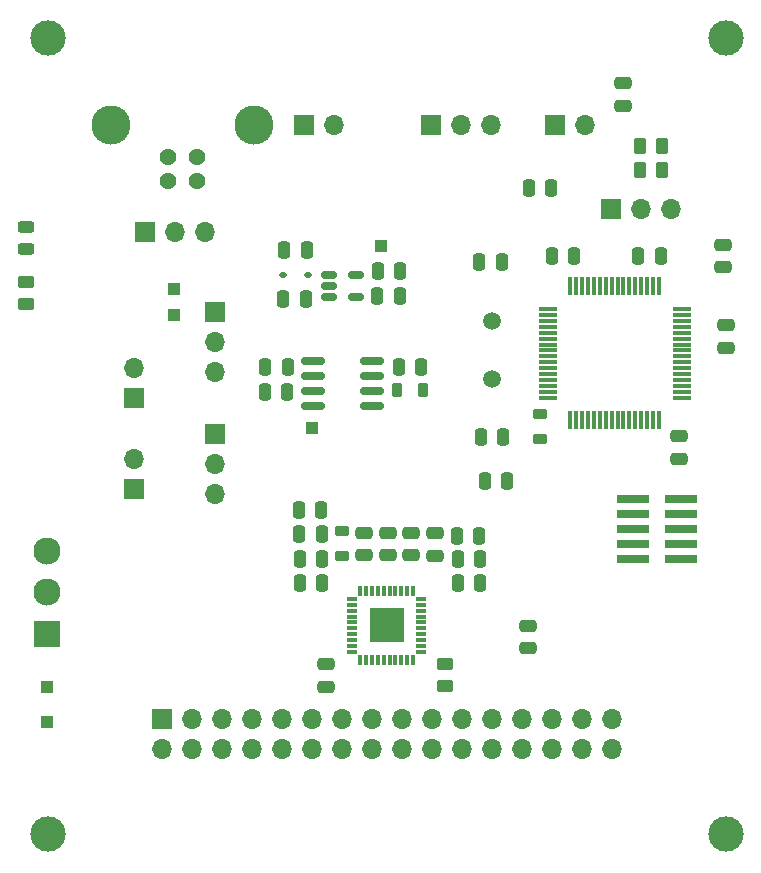
<source format=gbr>
%TF.GenerationSoftware,KiCad,Pcbnew,8.0.5*%
%TF.CreationDate,2024-10-20T03:08:34+02:00*%
%TF.ProjectId,Kingfisher,4b696e67-6669-4736-9865-722e6b696361,rev?*%
%TF.SameCoordinates,Original*%
%TF.FileFunction,Soldermask,Top*%
%TF.FilePolarity,Negative*%
%FSLAX46Y46*%
G04 Gerber Fmt 4.6, Leading zero omitted, Abs format (unit mm)*
G04 Created by KiCad (PCBNEW 8.0.5) date 2024-10-20 03:08:34*
%MOMM*%
%LPD*%
G01*
G04 APERTURE LIST*
G04 Aperture macros list*
%AMRoundRect*
0 Rectangle with rounded corners*
0 $1 Rounding radius*
0 $2 $3 $4 $5 $6 $7 $8 $9 X,Y pos of 4 corners*
0 Add a 4 corners polygon primitive as box body*
4,1,4,$2,$3,$4,$5,$6,$7,$8,$9,$2,$3,0*
0 Add four circle primitives for the rounded corners*
1,1,$1+$1,$2,$3*
1,1,$1+$1,$4,$5*
1,1,$1+$1,$6,$7*
1,1,$1+$1,$8,$9*
0 Add four rect primitives between the rounded corners*
20,1,$1+$1,$2,$3,$4,$5,0*
20,1,$1+$1,$4,$5,$6,$7,0*
20,1,$1+$1,$6,$7,$8,$9,0*
20,1,$1+$1,$8,$9,$2,$3,0*%
G04 Aperture macros list end*
%ADD10RoundRect,0.250000X0.250000X0.475000X-0.250000X0.475000X-0.250000X-0.475000X0.250000X-0.475000X0*%
%ADD11C,3.000000*%
%ADD12R,1.000000X1.000000*%
%ADD13RoundRect,0.250000X-0.475000X0.250000X-0.475000X-0.250000X0.475000X-0.250000X0.475000X0.250000X0*%
%ADD14R,1.700000X1.700000*%
%ADD15O,1.700000X1.700000*%
%ADD16RoundRect,0.250000X-0.250000X-0.475000X0.250000X-0.475000X0.250000X0.475000X-0.250000X0.475000X0*%
%ADD17RoundRect,0.250000X0.475000X-0.250000X0.475000X0.250000X-0.475000X0.250000X-0.475000X-0.250000X0*%
%ADD18RoundRect,0.150000X0.825000X0.150000X-0.825000X0.150000X-0.825000X-0.150000X0.825000X-0.150000X0*%
%ADD19RoundRect,0.218750X0.381250X-0.218750X0.381250X0.218750X-0.381250X0.218750X-0.381250X-0.218750X0*%
%ADD20RoundRect,0.250000X-0.262500X-0.450000X0.262500X-0.450000X0.262500X0.450000X-0.262500X0.450000X0*%
%ADD21RoundRect,0.250000X-0.450000X0.262500X-0.450000X-0.262500X0.450000X-0.262500X0.450000X0.262500X0*%
%ADD22RoundRect,0.218750X0.218750X0.381250X-0.218750X0.381250X-0.218750X-0.381250X0.218750X-0.381250X0*%
%ADD23R,2.790000X0.740000*%
%ADD24RoundRect,0.112500X0.187500X0.112500X-0.187500X0.112500X-0.187500X-0.112500X0.187500X-0.112500X0*%
%ADD25C,1.500000*%
%ADD26C,3.316000*%
%ADD27C,1.428000*%
%ADD28RoundRect,0.150000X-0.512500X-0.150000X0.512500X-0.150000X0.512500X0.150000X-0.512500X0.150000X0*%
%ADD29RoundRect,0.243750X-0.456250X0.243750X-0.456250X-0.243750X0.456250X-0.243750X0.456250X0.243750X0*%
%ADD30R,0.900000X0.300000*%
%ADD31R,0.300000X0.900000*%
%ADD32R,3.000000X3.000000*%
%ADD33R,2.300000X2.300000*%
%ADD34C,2.300000*%
%ADD35RoundRect,0.075000X-0.700000X-0.075000X0.700000X-0.075000X0.700000X0.075000X-0.700000X0.075000X0*%
%ADD36RoundRect,0.075000X-0.075000X-0.700000X0.075000X-0.700000X0.075000X0.700000X-0.075000X0.700000X0*%
G04 APERTURE END LIST*
D10*
%TO.C,C20*%
X157900000Y-110400000D03*
X156000000Y-110400000D03*
%TD*%
D11*
%TO.C,H4*%
X178700000Y-66300000D03*
%TD*%
D12*
%TO.C,TP3*%
X143675000Y-99305000D03*
%TD*%
D13*
%TO.C,C30*%
X150100000Y-108150000D03*
X150100000Y-110050000D03*
%TD*%
D14*
%TO.C,J3*%
X164250000Y-73625000D03*
D15*
X166790000Y-73625000D03*
%TD*%
D16*
%TO.C,C15*%
X139675000Y-96205000D03*
X141575000Y-96205000D03*
%TD*%
D12*
%TO.C,TP2*%
X149550000Y-83895000D03*
%TD*%
D17*
%TO.C,C21*%
X144900000Y-121200000D03*
X144900000Y-119300000D03*
%TD*%
%TO.C,C7*%
X178750000Y-92500000D03*
X178750000Y-90600000D03*
%TD*%
D14*
%TO.C,J12*%
X128625000Y-104460000D03*
D15*
X128625000Y-101920000D03*
%TD*%
D10*
%TO.C,C11*%
X152925000Y-94105000D03*
X151025000Y-94105000D03*
%TD*%
D16*
%TO.C,C6*%
X158300000Y-103750000D03*
X160200000Y-103750000D03*
%TD*%
D18*
%TO.C,U2*%
X148725000Y-97405000D03*
X148725000Y-96135000D03*
X148725000Y-94865000D03*
X148725000Y-93595000D03*
X143775000Y-93595000D03*
X143775000Y-94865000D03*
X143775000Y-96135000D03*
X143775000Y-97405000D03*
%TD*%
D19*
%TO.C,FB3*%
X146200000Y-110112500D03*
X146200000Y-107987500D03*
%TD*%
D16*
%TO.C,C2*%
X171300000Y-84750000D03*
X173200000Y-84750000D03*
%TD*%
D20*
%TO.C,R2*%
X171462500Y-75435000D03*
X173287500Y-75435000D03*
%TD*%
D13*
%TO.C,C26*%
X152100000Y-108150000D03*
X152100000Y-110050000D03*
%TD*%
D16*
%TO.C,C18*%
X157950000Y-100070000D03*
X159850000Y-100070000D03*
%TD*%
D21*
%TO.C,R1*%
X119500000Y-86962500D03*
X119500000Y-88787500D03*
%TD*%
D22*
%TO.C,FB1*%
X153037500Y-96105000D03*
X150912500Y-96105000D03*
%TD*%
D11*
%TO.C,H1*%
X121300000Y-66300000D03*
%TD*%
D10*
%TO.C,C19*%
X157900000Y-112400000D03*
X156000000Y-112400000D03*
%TD*%
D16*
%TO.C,C10*%
X141250000Y-88395000D03*
X143150000Y-88395000D03*
%TD*%
D13*
%TO.C,C23*%
X148100000Y-108150000D03*
X148100000Y-110050000D03*
%TD*%
D14*
%TO.C,J1*%
X142975000Y-73625000D03*
D15*
X145515000Y-73625000D03*
%TD*%
D23*
%TO.C,J7*%
X174900000Y-110340000D03*
X170830000Y-110340000D03*
X174900000Y-109070000D03*
X170830000Y-109070000D03*
X174900000Y-107800000D03*
X170830000Y-107800000D03*
X174900000Y-106530000D03*
X170830000Y-106530000D03*
X174900000Y-105260000D03*
X170830000Y-105260000D03*
%TD*%
D16*
%TO.C,C1*%
X164000000Y-84750000D03*
X165900000Y-84750000D03*
%TD*%
%TO.C,C17*%
X157850000Y-85270000D03*
X159750000Y-85270000D03*
%TD*%
%TO.C,C29*%
X142650000Y-112400000D03*
X144550000Y-112400000D03*
%TD*%
D14*
%TO.C,J11*%
X130950000Y-123950000D03*
D15*
X130950000Y-126490000D03*
X133490000Y-123950000D03*
X133490000Y-126490000D03*
X136030000Y-123950000D03*
X136030000Y-126490000D03*
X138570000Y-123950000D03*
X138570000Y-126490000D03*
X141110000Y-123950000D03*
X141110000Y-126490000D03*
X143650000Y-123950000D03*
X143650000Y-126490000D03*
X146190000Y-123950000D03*
X146190000Y-126490000D03*
X148730000Y-123950000D03*
X148730000Y-126490000D03*
X151270000Y-123950000D03*
X151270000Y-126490000D03*
X153810000Y-123950000D03*
X153810000Y-126490000D03*
X156350000Y-123950000D03*
X156350000Y-126490000D03*
X158890000Y-123950000D03*
X158890000Y-126490000D03*
X161430000Y-123950000D03*
X161430000Y-126490000D03*
X163970000Y-123950000D03*
X163970000Y-126490000D03*
X166510000Y-123950000D03*
X166510000Y-126490000D03*
X169050000Y-123950000D03*
X169050000Y-126490000D03*
%TD*%
D13*
%TO.C,C16*%
X170000000Y-70100000D03*
X170000000Y-72000000D03*
%TD*%
D17*
%TO.C,C3*%
X178500000Y-85650000D03*
X178500000Y-83750000D03*
%TD*%
D24*
%TO.C,D2*%
X143350000Y-86295000D03*
X141250000Y-86295000D03*
%TD*%
D17*
%TO.C,C8*%
X174750000Y-101900000D03*
X174750000Y-100000000D03*
%TD*%
D16*
%TO.C,C25*%
X142600000Y-108300000D03*
X144500000Y-108300000D03*
%TD*%
D12*
%TO.C,TP6*%
X121250000Y-121210000D03*
%TD*%
%TO.C,TP4*%
X121250000Y-124210000D03*
%TD*%
D14*
%TO.C,J4*%
X168960000Y-80750000D03*
D15*
X171500000Y-80750000D03*
X174040000Y-80750000D03*
%TD*%
D16*
%TO.C,C13*%
X139725000Y-94105000D03*
X141625000Y-94105000D03*
%TD*%
D25*
%TO.C,e1*%
X158900000Y-90250000D03*
X158900000Y-95130000D03*
%TD*%
D14*
%TO.C,J2*%
X129560000Y-82700000D03*
D15*
X132100000Y-82700000D03*
X134640000Y-82700000D03*
%TD*%
D14*
%TO.C,J13*%
X135500000Y-99750000D03*
D15*
X135500000Y-102290000D03*
X135500000Y-104830000D03*
%TD*%
D26*
%TO.C,J6*%
X138740000Y-73625000D03*
X126700000Y-73625000D03*
D27*
X131470000Y-78335000D03*
X133970000Y-78335000D03*
X133970000Y-76335000D03*
X131470000Y-76335000D03*
%TD*%
D16*
%TO.C,C27*%
X142650000Y-110400000D03*
X144550000Y-110400000D03*
%TD*%
%TO.C,C5*%
X162050000Y-79000000D03*
X163950000Y-79000000D03*
%TD*%
D12*
%TO.C,TP1*%
X132000000Y-87500000D03*
%TD*%
%TO.C,TP5*%
X132000000Y-89750000D03*
%TD*%
D28*
%TO.C,U1*%
X145112500Y-86300000D03*
X145112500Y-87250000D03*
X145112500Y-88200000D03*
X147387500Y-88200000D03*
X147387500Y-86300000D03*
%TD*%
D17*
%TO.C,C28*%
X154100000Y-110100000D03*
X154100000Y-108200000D03*
%TD*%
D10*
%TO.C,C12*%
X151100000Y-88095000D03*
X149200000Y-88095000D03*
%TD*%
D21*
%TO.C,R4*%
X154900000Y-119275000D03*
X154900000Y-121100000D03*
%TD*%
D14*
%TO.C,J5*%
X153725000Y-73625000D03*
D15*
X156265000Y-73625000D03*
X158805000Y-73625000D03*
%TD*%
D29*
%TO.C,D1*%
X119500000Y-82250000D03*
X119500000Y-84125000D03*
%TD*%
D30*
%TO.C,IC1*%
X147050000Y-113750000D03*
X147050000Y-114250000D03*
X147050000Y-114750000D03*
X147050000Y-115250000D03*
X147050000Y-115750000D03*
X147050000Y-116250000D03*
X147050000Y-116750000D03*
X147050000Y-117250000D03*
X147050000Y-117750000D03*
X147050000Y-118250000D03*
D31*
X147750000Y-118950000D03*
X148250000Y-118950000D03*
X148750000Y-118950000D03*
X149250000Y-118950000D03*
X149750000Y-118950000D03*
X150250000Y-118950000D03*
X150750000Y-118950000D03*
X151250000Y-118950000D03*
X151750000Y-118950000D03*
X152250000Y-118950000D03*
D30*
X152950000Y-118250000D03*
X152950000Y-117750000D03*
X152950000Y-117250000D03*
X152950000Y-116750000D03*
X152950000Y-116250000D03*
X152950000Y-115750000D03*
X152950000Y-115250000D03*
X152950000Y-114750000D03*
X152950000Y-114250000D03*
X152950000Y-113750000D03*
D31*
X152250000Y-113050000D03*
X151750000Y-113050000D03*
X151250000Y-113050000D03*
X150750000Y-113050000D03*
X150250000Y-113050000D03*
X149750000Y-113050000D03*
X149250000Y-113050000D03*
X148750000Y-113050000D03*
X148250000Y-113050000D03*
X147750000Y-113050000D03*
D32*
X150000000Y-116000000D03*
%TD*%
D11*
%TO.C,H3*%
X178700000Y-133700000D03*
%TD*%
D14*
%TO.C,J8*%
X128625000Y-96710000D03*
D15*
X128625000Y-94170000D03*
%TD*%
D19*
%TO.C,FB2*%
X163000000Y-100232500D03*
X163000000Y-98107500D03*
%TD*%
D13*
%TO.C,C4*%
X162000000Y-116050000D03*
X162000000Y-117950000D03*
%TD*%
D33*
%TO.C,J9*%
X121250000Y-116710000D03*
D34*
X121250000Y-113210000D03*
X121250000Y-109710000D03*
%TD*%
D20*
%TO.C,R3*%
X171462500Y-77435000D03*
X173287500Y-77435000D03*
%TD*%
D11*
%TO.C,H2*%
X121300000Y-133700000D03*
%TD*%
D10*
%TO.C,C24*%
X157850000Y-108400000D03*
X155950000Y-108400000D03*
%TD*%
%TO.C,C14*%
X151150000Y-85995000D03*
X149250000Y-85995000D03*
%TD*%
D16*
%TO.C,C22*%
X142550000Y-106250000D03*
X144450000Y-106250000D03*
%TD*%
D14*
%TO.C,J10*%
X135500000Y-89460000D03*
D15*
X135500000Y-92000000D03*
X135500000Y-94540000D03*
%TD*%
D16*
%TO.C,C9*%
X141350000Y-84195000D03*
X143250000Y-84195000D03*
%TD*%
D35*
%TO.C,U3*%
X163625000Y-89220000D03*
X163625000Y-89720000D03*
X163625000Y-90220000D03*
X163625000Y-90720000D03*
X163625000Y-91220000D03*
X163625000Y-91720000D03*
X163625000Y-92220000D03*
X163625000Y-92720000D03*
X163625000Y-93220000D03*
X163625000Y-93720000D03*
X163625000Y-94220000D03*
X163625000Y-94720000D03*
X163625000Y-95220000D03*
X163625000Y-95720000D03*
X163625000Y-96220000D03*
X163625000Y-96720000D03*
D36*
X165550000Y-98645000D03*
X166050000Y-98645000D03*
X166550000Y-98645000D03*
X167050000Y-98645000D03*
X167550000Y-98645000D03*
X168050000Y-98645000D03*
X168550000Y-98645000D03*
X169050000Y-98645000D03*
X169550000Y-98645000D03*
X170050000Y-98645000D03*
X170550000Y-98645000D03*
X171050000Y-98645000D03*
X171550000Y-98645000D03*
X172050000Y-98645000D03*
X172550000Y-98645000D03*
X173050000Y-98645000D03*
D35*
X174975000Y-96720000D03*
X174975000Y-96220000D03*
X174975000Y-95720000D03*
X174975000Y-95220000D03*
X174975000Y-94720000D03*
X174975000Y-94220000D03*
X174975000Y-93720000D03*
X174975000Y-93220000D03*
X174975000Y-92720000D03*
X174975000Y-92220000D03*
X174975000Y-91720000D03*
X174975000Y-91220000D03*
X174975000Y-90720000D03*
X174975000Y-90220000D03*
X174975000Y-89720000D03*
X174975000Y-89220000D03*
D36*
X173050000Y-87295000D03*
X172550000Y-87295000D03*
X172050000Y-87295000D03*
X171550000Y-87295000D03*
X171050000Y-87295000D03*
X170550000Y-87295000D03*
X170050000Y-87295000D03*
X169550000Y-87295000D03*
X169050000Y-87295000D03*
X168550000Y-87295000D03*
X168050000Y-87295000D03*
X167550000Y-87295000D03*
X167050000Y-87295000D03*
X166550000Y-87295000D03*
X166050000Y-87295000D03*
X165550000Y-87295000D03*
%TD*%
M02*

</source>
